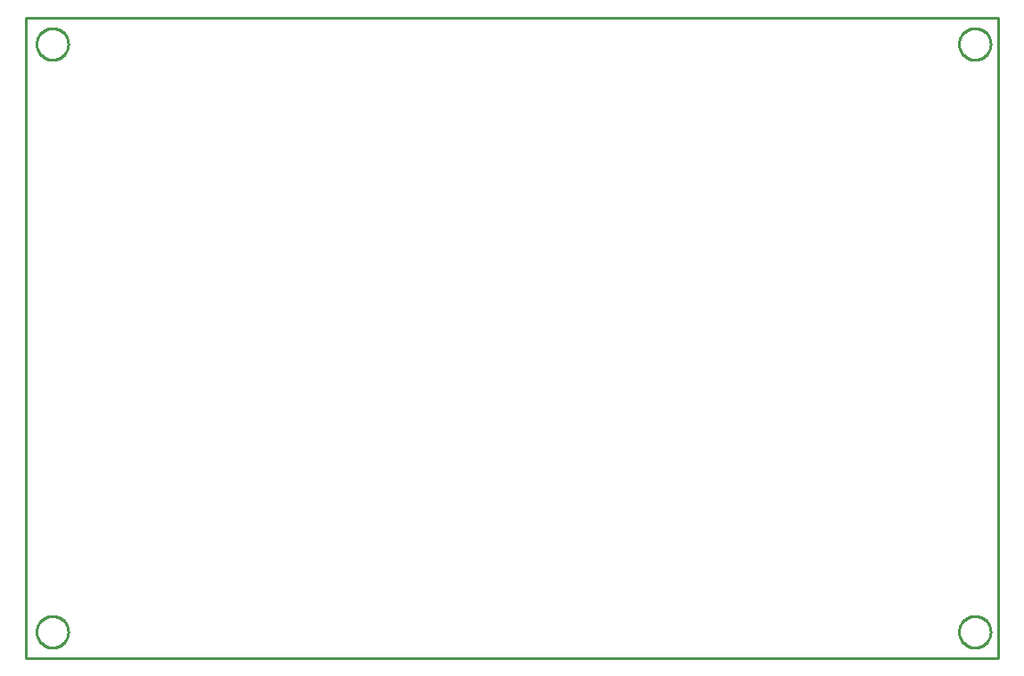
<source format=gbr>
G04 EAGLE Gerber RS-274X export*
G75*
%MOMM*%
%FSLAX34Y34*%
%LPD*%
%IN*%
%IPPOS*%
%AMOC8*
5,1,8,0,0,1.08239X$1,22.5*%
G01*
%ADD10C,0.254000*%


D10*
X-88900Y63500D02*
X834900Y63500D01*
X834900Y673000D01*
X-88900Y673000D01*
X-88900Y63500D01*
X827800Y88364D02*
X827724Y87296D01*
X827571Y86235D01*
X827343Y85188D01*
X827041Y84160D01*
X826667Y83156D01*
X826222Y82181D01*
X825708Y81241D01*
X825129Y80340D01*
X824487Y79482D01*
X823785Y78672D01*
X823028Y77915D01*
X822218Y77213D01*
X821360Y76571D01*
X820459Y75992D01*
X819519Y75478D01*
X818544Y75033D01*
X817540Y74659D01*
X816512Y74357D01*
X815465Y74129D01*
X814404Y73976D01*
X813336Y73900D01*
X812264Y73900D01*
X811196Y73976D01*
X810135Y74129D01*
X809088Y74357D01*
X808060Y74659D01*
X807056Y75033D01*
X806081Y75478D01*
X805141Y75992D01*
X804240Y76571D01*
X803382Y77213D01*
X802572Y77915D01*
X801815Y78672D01*
X801113Y79482D01*
X800471Y80340D01*
X799892Y81241D01*
X799378Y82181D01*
X798933Y83156D01*
X798559Y84160D01*
X798257Y85188D01*
X798029Y86235D01*
X797876Y87296D01*
X797800Y88364D01*
X797800Y89436D01*
X797876Y90504D01*
X798029Y91565D01*
X798257Y92612D01*
X798559Y93640D01*
X798933Y94644D01*
X799378Y95619D01*
X799892Y96559D01*
X800471Y97460D01*
X801113Y98318D01*
X801815Y99128D01*
X802572Y99885D01*
X803382Y100587D01*
X804240Y101229D01*
X805141Y101808D01*
X806081Y102322D01*
X807056Y102767D01*
X808060Y103141D01*
X809088Y103443D01*
X810135Y103671D01*
X811196Y103824D01*
X812264Y103900D01*
X813336Y103900D01*
X814404Y103824D01*
X815465Y103671D01*
X816512Y103443D01*
X817540Y103141D01*
X818544Y102767D01*
X819519Y102322D01*
X820459Y101808D01*
X821360Y101229D01*
X822218Y100587D01*
X823028Y99885D01*
X823785Y99128D01*
X824487Y98318D01*
X825129Y97460D01*
X825708Y96559D01*
X826222Y95619D01*
X826667Y94644D01*
X827041Y93640D01*
X827343Y92612D01*
X827571Y91565D01*
X827724Y90504D01*
X827800Y89436D01*
X827800Y88364D01*
X827800Y647164D02*
X827724Y646096D01*
X827571Y645035D01*
X827343Y643988D01*
X827041Y642960D01*
X826667Y641956D01*
X826222Y640981D01*
X825708Y640041D01*
X825129Y639140D01*
X824487Y638282D01*
X823785Y637472D01*
X823028Y636715D01*
X822218Y636013D01*
X821360Y635371D01*
X820459Y634792D01*
X819519Y634278D01*
X818544Y633833D01*
X817540Y633459D01*
X816512Y633157D01*
X815465Y632929D01*
X814404Y632776D01*
X813336Y632700D01*
X812264Y632700D01*
X811196Y632776D01*
X810135Y632929D01*
X809088Y633157D01*
X808060Y633459D01*
X807056Y633833D01*
X806081Y634278D01*
X805141Y634792D01*
X804240Y635371D01*
X803382Y636013D01*
X802572Y636715D01*
X801815Y637472D01*
X801113Y638282D01*
X800471Y639140D01*
X799892Y640041D01*
X799378Y640981D01*
X798933Y641956D01*
X798559Y642960D01*
X798257Y643988D01*
X798029Y645035D01*
X797876Y646096D01*
X797800Y647164D01*
X797800Y648236D01*
X797876Y649304D01*
X798029Y650365D01*
X798257Y651412D01*
X798559Y652440D01*
X798933Y653444D01*
X799378Y654419D01*
X799892Y655359D01*
X800471Y656260D01*
X801113Y657118D01*
X801815Y657928D01*
X802572Y658685D01*
X803382Y659387D01*
X804240Y660029D01*
X805141Y660608D01*
X806081Y661122D01*
X807056Y661567D01*
X808060Y661941D01*
X809088Y662243D01*
X810135Y662471D01*
X811196Y662624D01*
X812264Y662700D01*
X813336Y662700D01*
X814404Y662624D01*
X815465Y662471D01*
X816512Y662243D01*
X817540Y661941D01*
X818544Y661567D01*
X819519Y661122D01*
X820459Y660608D01*
X821360Y660029D01*
X822218Y659387D01*
X823028Y658685D01*
X823785Y657928D01*
X824487Y657118D01*
X825129Y656260D01*
X825708Y655359D01*
X826222Y654419D01*
X826667Y653444D01*
X827041Y652440D01*
X827343Y651412D01*
X827571Y650365D01*
X827724Y649304D01*
X827800Y648236D01*
X827800Y647164D01*
X-48500Y647164D02*
X-48576Y646096D01*
X-48729Y645035D01*
X-48957Y643988D01*
X-49259Y642960D01*
X-49633Y641956D01*
X-50078Y640981D01*
X-50592Y640041D01*
X-51171Y639140D01*
X-51813Y638282D01*
X-52515Y637472D01*
X-53272Y636715D01*
X-54082Y636013D01*
X-54940Y635371D01*
X-55841Y634792D01*
X-56781Y634278D01*
X-57756Y633833D01*
X-58760Y633459D01*
X-59788Y633157D01*
X-60835Y632929D01*
X-61896Y632776D01*
X-62964Y632700D01*
X-64036Y632700D01*
X-65104Y632776D01*
X-66165Y632929D01*
X-67212Y633157D01*
X-68240Y633459D01*
X-69244Y633833D01*
X-70219Y634278D01*
X-71159Y634792D01*
X-72060Y635371D01*
X-72918Y636013D01*
X-73728Y636715D01*
X-74485Y637472D01*
X-75187Y638282D01*
X-75829Y639140D01*
X-76408Y640041D01*
X-76922Y640981D01*
X-77367Y641956D01*
X-77741Y642960D01*
X-78043Y643988D01*
X-78271Y645035D01*
X-78424Y646096D01*
X-78500Y647164D01*
X-78500Y648236D01*
X-78424Y649304D01*
X-78271Y650365D01*
X-78043Y651412D01*
X-77741Y652440D01*
X-77367Y653444D01*
X-76922Y654419D01*
X-76408Y655359D01*
X-75829Y656260D01*
X-75187Y657118D01*
X-74485Y657928D01*
X-73728Y658685D01*
X-72918Y659387D01*
X-72060Y660029D01*
X-71159Y660608D01*
X-70219Y661122D01*
X-69244Y661567D01*
X-68240Y661941D01*
X-67212Y662243D01*
X-66165Y662471D01*
X-65104Y662624D01*
X-64036Y662700D01*
X-62964Y662700D01*
X-61896Y662624D01*
X-60835Y662471D01*
X-59788Y662243D01*
X-58760Y661941D01*
X-57756Y661567D01*
X-56781Y661122D01*
X-55841Y660608D01*
X-54940Y660029D01*
X-54082Y659387D01*
X-53272Y658685D01*
X-52515Y657928D01*
X-51813Y657118D01*
X-51171Y656260D01*
X-50592Y655359D01*
X-50078Y654419D01*
X-49633Y653444D01*
X-49259Y652440D01*
X-48957Y651412D01*
X-48729Y650365D01*
X-48576Y649304D01*
X-48500Y648236D01*
X-48500Y647164D01*
X-48500Y88364D02*
X-48576Y87296D01*
X-48729Y86235D01*
X-48957Y85188D01*
X-49259Y84160D01*
X-49633Y83156D01*
X-50078Y82181D01*
X-50592Y81241D01*
X-51171Y80340D01*
X-51813Y79482D01*
X-52515Y78672D01*
X-53272Y77915D01*
X-54082Y77213D01*
X-54940Y76571D01*
X-55841Y75992D01*
X-56781Y75478D01*
X-57756Y75033D01*
X-58760Y74659D01*
X-59788Y74357D01*
X-60835Y74129D01*
X-61896Y73976D01*
X-62964Y73900D01*
X-64036Y73900D01*
X-65104Y73976D01*
X-66165Y74129D01*
X-67212Y74357D01*
X-68240Y74659D01*
X-69244Y75033D01*
X-70219Y75478D01*
X-71159Y75992D01*
X-72060Y76571D01*
X-72918Y77213D01*
X-73728Y77915D01*
X-74485Y78672D01*
X-75187Y79482D01*
X-75829Y80340D01*
X-76408Y81241D01*
X-76922Y82181D01*
X-77367Y83156D01*
X-77741Y84160D01*
X-78043Y85188D01*
X-78271Y86235D01*
X-78424Y87296D01*
X-78500Y88364D01*
X-78500Y89436D01*
X-78424Y90504D01*
X-78271Y91565D01*
X-78043Y92612D01*
X-77741Y93640D01*
X-77367Y94644D01*
X-76922Y95619D01*
X-76408Y96559D01*
X-75829Y97460D01*
X-75187Y98318D01*
X-74485Y99128D01*
X-73728Y99885D01*
X-72918Y100587D01*
X-72060Y101229D01*
X-71159Y101808D01*
X-70219Y102322D01*
X-69244Y102767D01*
X-68240Y103141D01*
X-67212Y103443D01*
X-66165Y103671D01*
X-65104Y103824D01*
X-64036Y103900D01*
X-62964Y103900D01*
X-61896Y103824D01*
X-60835Y103671D01*
X-59788Y103443D01*
X-58760Y103141D01*
X-57756Y102767D01*
X-56781Y102322D01*
X-55841Y101808D01*
X-54940Y101229D01*
X-54082Y100587D01*
X-53272Y99885D01*
X-52515Y99128D01*
X-51813Y98318D01*
X-51171Y97460D01*
X-50592Y96559D01*
X-50078Y95619D01*
X-49633Y94644D01*
X-49259Y93640D01*
X-48957Y92612D01*
X-48729Y91565D01*
X-48576Y90504D01*
X-48500Y89436D01*
X-48500Y88364D01*
M02*

</source>
